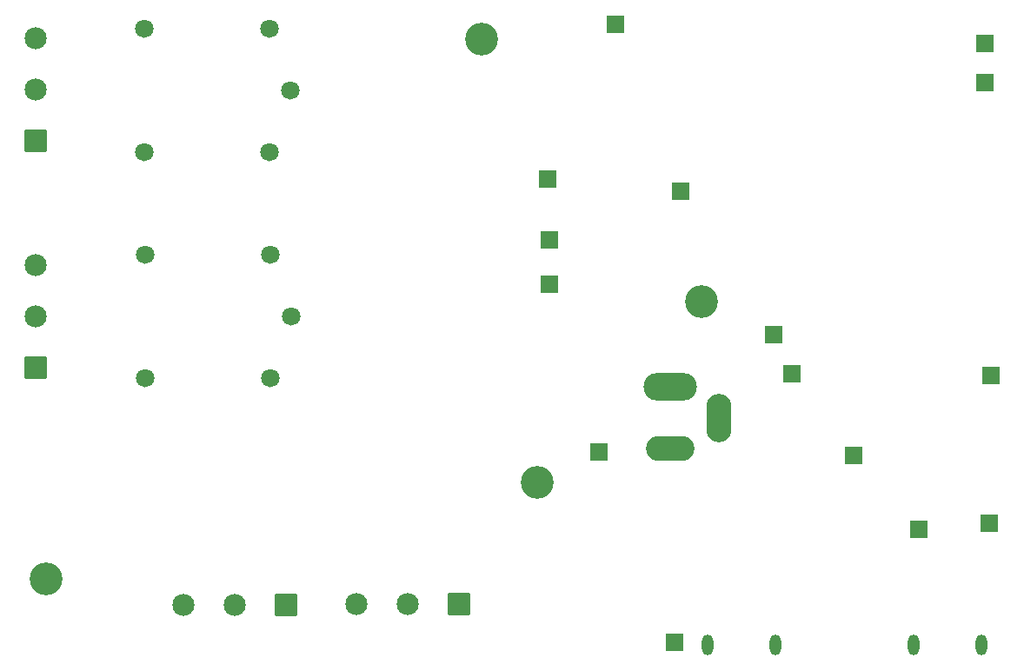
<source format=gbr>
%TF.GenerationSoftware,KiCad,Pcbnew,7.0.9*%
%TF.CreationDate,2024-04-09T14:28:23-05:00*%
%TF.ProjectId,Humidifier Subsystem,48756d69-6469-4666-9965-722053756273,rev?*%
%TF.SameCoordinates,Original*%
%TF.FileFunction,Soldermask,Bot*%
%TF.FilePolarity,Negative*%
%FSLAX46Y46*%
G04 Gerber Fmt 4.6, Leading zero omitted, Abs format (unit mm)*
G04 Created by KiCad (PCBNEW 7.0.9) date 2024-04-09 14:28:23*
%MOMM*%
%LPD*%
G01*
G04 APERTURE LIST*
G04 Aperture macros list*
%AMRoundRect*
0 Rectangle with rounded corners*
0 $1 Rounding radius*
0 $2 $3 $4 $5 $6 $7 $8 $9 X,Y pos of 4 corners*
0 Add a 4 corners polygon primitive as box body*
4,1,4,$2,$3,$4,$5,$6,$7,$8,$9,$2,$3,0*
0 Add four circle primitives for the rounded corners*
1,1,$1+$1,$2,$3*
1,1,$1+$1,$4,$5*
1,1,$1+$1,$6,$7*
1,1,$1+$1,$8,$9*
0 Add four rect primitives between the rounded corners*
20,1,$1+$1,$2,$3,$4,$5,0*
20,1,$1+$1,$4,$5,$6,$7,0*
20,1,$1+$1,$6,$7,$8,$9,0*
20,1,$1+$1,$8,$9,$2,$3,0*%
G04 Aperture macros list end*
%ADD10C,3.200000*%
%ADD11R,1.700000X1.700000*%
%ADD12C,1.808000*%
%ADD13RoundRect,0.102000X0.975000X-0.975000X0.975000X0.975000X-0.975000X0.975000X-0.975000X-0.975000X0*%
%ADD14C,2.154000*%
%ADD15O,1.104000X2.004000*%
%ADD16O,5.204000X2.704000*%
%ADD17O,4.704000X2.454000*%
%ADD18O,2.454000X4.704000*%
%ADD19RoundRect,0.102000X0.975000X0.975000X-0.975000X0.975000X-0.975000X-0.975000X0.975000X-0.975000X0*%
G04 APERTURE END LIST*
D10*
%TO.C,H3*%
X113000000Y-90000000D03*
%TD*%
D11*
%TO.C,J12*%
X111000000Y-79200000D03*
%TD*%
%TO.C,J23*%
X141000000Y-111600000D03*
%TD*%
%TO.C,J15*%
X98200000Y-84000000D03*
%TD*%
D10*
%TO.C,H1*%
X91600000Y-64400000D03*
%TD*%
%TO.C,H2*%
X49200000Y-117000000D03*
%TD*%
D11*
%TO.C,J18*%
X140600000Y-64800000D03*
%TD*%
D12*
%TO.C,K2*%
X72950000Y-69400000D03*
X70950002Y-63400000D03*
X58750002Y-63400000D03*
X58750002Y-75399998D03*
X70950002Y-75399998D03*
%TD*%
D13*
%TO.C,J7*%
X48150002Y-74347500D03*
D14*
X48150002Y-69347500D03*
X48150002Y-64347500D03*
%TD*%
D11*
%TO.C,J13*%
X104600000Y-63000000D03*
%TD*%
D13*
%TO.C,J6*%
X48132654Y-96435001D03*
D14*
X48132654Y-91435001D03*
X48132654Y-86435001D03*
%TD*%
D11*
%TO.C,J24*%
X120000000Y-93200000D03*
%TD*%
%TO.C,J11*%
X98000000Y-78050000D03*
%TD*%
%TO.C,J17*%
X121800000Y-97000000D03*
%TD*%
D15*
%TO.C,J3*%
X113600000Y-123400000D03*
X120200000Y-123400000D03*
%TD*%
D10*
%TO.C,H4*%
X97000000Y-107600000D03*
%TD*%
D11*
%TO.C,J22*%
X134200000Y-112200000D03*
%TD*%
%TO.C,J8*%
X103000000Y-104600000D03*
%TD*%
%TO.C,J14*%
X98200000Y-88300000D03*
%TD*%
D15*
%TO.C,J2*%
X133700000Y-123400000D03*
X140300000Y-123400000D03*
%TD*%
D11*
%TO.C,J16*%
X141200000Y-97200000D03*
%TD*%
D16*
%TO.C,J1*%
X110000000Y-98300000D03*
D17*
X110000000Y-104300000D03*
D18*
X114700000Y-101300000D03*
%TD*%
D12*
%TO.C,K1*%
X73032651Y-91435000D03*
X71032653Y-85435000D03*
X58832653Y-85435000D03*
X58832653Y-97434998D03*
X71032653Y-97434998D03*
%TD*%
D11*
%TO.C,J20*%
X110400000Y-123200000D03*
%TD*%
D19*
%TO.C,J5*%
X72547500Y-119500000D03*
D14*
X67547500Y-119500000D03*
X62547500Y-119500000D03*
%TD*%
D11*
%TO.C,J25*%
X127800000Y-105000000D03*
%TD*%
%TO.C,J19*%
X140600000Y-68600000D03*
%TD*%
D19*
%TO.C,J4*%
X89400000Y-119400000D03*
D14*
X84400000Y-119400000D03*
X79400000Y-119400000D03*
%TD*%
M02*

</source>
